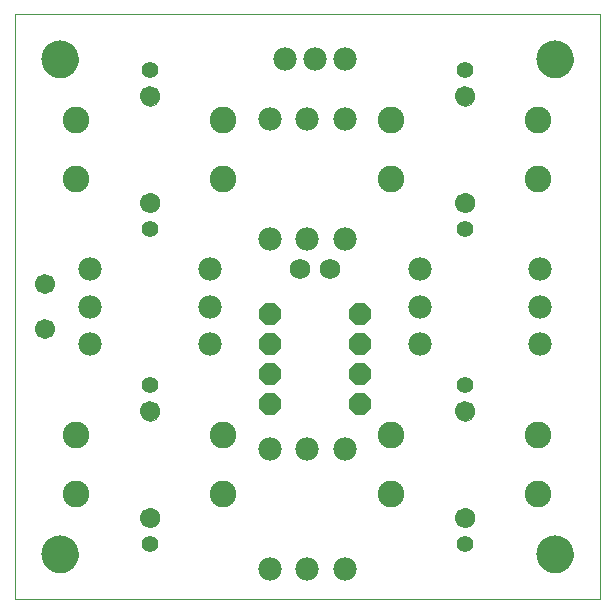
<source format=gts>
G75*
G70*
%OFA0B0*%
%FSLAX24Y24*%
%IPPOS*%
%LPD*%
%AMOC8*
5,1,8,0,0,1.08239X$1,22.5*
%
%ADD10C,0.0000*%
%ADD11OC8,0.0720*%
%ADD12C,0.0690*%
%ADD13C,0.0780*%
%ADD14C,0.0890*%
%ADD15C,0.0555*%
%ADD16C,0.0670*%
%ADD17C,0.1240*%
%ADD18C,0.0670*%
D10*
X000000Y000000D02*
X000000Y019496D01*
X019500Y019496D01*
X019510Y000000D01*
X000000Y000000D01*
X000900Y001500D02*
X000902Y001549D01*
X000908Y001597D01*
X000918Y001645D01*
X000932Y001692D01*
X000949Y001738D01*
X000970Y001782D01*
X000995Y001824D01*
X001023Y001864D01*
X001055Y001902D01*
X001089Y001937D01*
X001126Y001969D01*
X001165Y001998D01*
X001207Y002024D01*
X001251Y002046D01*
X001296Y002064D01*
X001343Y002079D01*
X001390Y002090D01*
X001439Y002097D01*
X001488Y002100D01*
X001537Y002099D01*
X001585Y002094D01*
X001634Y002085D01*
X001681Y002072D01*
X001727Y002055D01*
X001771Y002035D01*
X001814Y002011D01*
X001855Y001984D01*
X001893Y001953D01*
X001929Y001920D01*
X001961Y001884D01*
X001991Y001845D01*
X002018Y001804D01*
X002041Y001760D01*
X002060Y001715D01*
X002076Y001669D01*
X002088Y001622D01*
X002096Y001573D01*
X002100Y001524D01*
X002100Y001476D01*
X002096Y001427D01*
X002088Y001378D01*
X002076Y001331D01*
X002060Y001285D01*
X002041Y001240D01*
X002018Y001196D01*
X001991Y001155D01*
X001961Y001116D01*
X001929Y001080D01*
X001893Y001047D01*
X001855Y001016D01*
X001814Y000989D01*
X001771Y000965D01*
X001727Y000945D01*
X001681Y000928D01*
X001634Y000915D01*
X001585Y000906D01*
X001537Y000901D01*
X001488Y000900D01*
X001439Y000903D01*
X001390Y000910D01*
X001343Y000921D01*
X001296Y000936D01*
X001251Y000954D01*
X001207Y000976D01*
X001165Y001002D01*
X001126Y001031D01*
X001089Y001063D01*
X001055Y001098D01*
X001023Y001136D01*
X000995Y001176D01*
X000970Y001218D01*
X000949Y001262D01*
X000932Y001308D01*
X000918Y001355D01*
X000908Y001403D01*
X000902Y001451D01*
X000900Y001500D01*
X004185Y002728D02*
X004187Y002763D01*
X004193Y002798D01*
X004203Y002832D01*
X004216Y002865D01*
X004233Y002896D01*
X004254Y002924D01*
X004277Y002951D01*
X004304Y002974D01*
X004332Y002995D01*
X004363Y003012D01*
X004396Y003025D01*
X004430Y003035D01*
X004465Y003041D01*
X004500Y003043D01*
X004535Y003041D01*
X004570Y003035D01*
X004604Y003025D01*
X004637Y003012D01*
X004668Y002995D01*
X004696Y002974D01*
X004723Y002951D01*
X004746Y002924D01*
X004767Y002896D01*
X004784Y002865D01*
X004797Y002832D01*
X004807Y002798D01*
X004813Y002763D01*
X004815Y002728D01*
X004813Y002693D01*
X004807Y002658D01*
X004797Y002624D01*
X004784Y002591D01*
X004767Y002560D01*
X004746Y002532D01*
X004723Y002505D01*
X004696Y002482D01*
X004668Y002461D01*
X004637Y002444D01*
X004604Y002431D01*
X004570Y002421D01*
X004535Y002415D01*
X004500Y002413D01*
X004465Y002415D01*
X004430Y002421D01*
X004396Y002431D01*
X004363Y002444D01*
X004332Y002461D01*
X004304Y002482D01*
X004277Y002505D01*
X004254Y002532D01*
X004233Y002560D01*
X004216Y002591D01*
X004203Y002624D01*
X004193Y002658D01*
X004187Y002693D01*
X004185Y002728D01*
X004185Y006272D02*
X004187Y006307D01*
X004193Y006342D01*
X004203Y006376D01*
X004216Y006409D01*
X004233Y006440D01*
X004254Y006468D01*
X004277Y006495D01*
X004304Y006518D01*
X004332Y006539D01*
X004363Y006556D01*
X004396Y006569D01*
X004430Y006579D01*
X004465Y006585D01*
X004500Y006587D01*
X004535Y006585D01*
X004570Y006579D01*
X004604Y006569D01*
X004637Y006556D01*
X004668Y006539D01*
X004696Y006518D01*
X004723Y006495D01*
X004746Y006468D01*
X004767Y006440D01*
X004784Y006409D01*
X004797Y006376D01*
X004807Y006342D01*
X004813Y006307D01*
X004815Y006272D01*
X004813Y006237D01*
X004807Y006202D01*
X004797Y006168D01*
X004784Y006135D01*
X004767Y006104D01*
X004746Y006076D01*
X004723Y006049D01*
X004696Y006026D01*
X004668Y006005D01*
X004637Y005988D01*
X004604Y005975D01*
X004570Y005965D01*
X004535Y005959D01*
X004500Y005957D01*
X004465Y005959D01*
X004430Y005965D01*
X004396Y005975D01*
X004363Y005988D01*
X004332Y006005D01*
X004304Y006026D01*
X004277Y006049D01*
X004254Y006076D01*
X004233Y006104D01*
X004216Y006135D01*
X004203Y006168D01*
X004193Y006202D01*
X004187Y006237D01*
X004185Y006272D01*
X004185Y013228D02*
X004187Y013263D01*
X004193Y013298D01*
X004203Y013332D01*
X004216Y013365D01*
X004233Y013396D01*
X004254Y013424D01*
X004277Y013451D01*
X004304Y013474D01*
X004332Y013495D01*
X004363Y013512D01*
X004396Y013525D01*
X004430Y013535D01*
X004465Y013541D01*
X004500Y013543D01*
X004535Y013541D01*
X004570Y013535D01*
X004604Y013525D01*
X004637Y013512D01*
X004668Y013495D01*
X004696Y013474D01*
X004723Y013451D01*
X004746Y013424D01*
X004767Y013396D01*
X004784Y013365D01*
X004797Y013332D01*
X004807Y013298D01*
X004813Y013263D01*
X004815Y013228D01*
X004813Y013193D01*
X004807Y013158D01*
X004797Y013124D01*
X004784Y013091D01*
X004767Y013060D01*
X004746Y013032D01*
X004723Y013005D01*
X004696Y012982D01*
X004668Y012961D01*
X004637Y012944D01*
X004604Y012931D01*
X004570Y012921D01*
X004535Y012915D01*
X004500Y012913D01*
X004465Y012915D01*
X004430Y012921D01*
X004396Y012931D01*
X004363Y012944D01*
X004332Y012961D01*
X004304Y012982D01*
X004277Y013005D01*
X004254Y013032D01*
X004233Y013060D01*
X004216Y013091D01*
X004203Y013124D01*
X004193Y013158D01*
X004187Y013193D01*
X004185Y013228D01*
X004185Y016772D02*
X004187Y016807D01*
X004193Y016842D01*
X004203Y016876D01*
X004216Y016909D01*
X004233Y016940D01*
X004254Y016968D01*
X004277Y016995D01*
X004304Y017018D01*
X004332Y017039D01*
X004363Y017056D01*
X004396Y017069D01*
X004430Y017079D01*
X004465Y017085D01*
X004500Y017087D01*
X004535Y017085D01*
X004570Y017079D01*
X004604Y017069D01*
X004637Y017056D01*
X004668Y017039D01*
X004696Y017018D01*
X004723Y016995D01*
X004746Y016968D01*
X004767Y016940D01*
X004784Y016909D01*
X004797Y016876D01*
X004807Y016842D01*
X004813Y016807D01*
X004815Y016772D01*
X004813Y016737D01*
X004807Y016702D01*
X004797Y016668D01*
X004784Y016635D01*
X004767Y016604D01*
X004746Y016576D01*
X004723Y016549D01*
X004696Y016526D01*
X004668Y016505D01*
X004637Y016488D01*
X004604Y016475D01*
X004570Y016465D01*
X004535Y016459D01*
X004500Y016457D01*
X004465Y016459D01*
X004430Y016465D01*
X004396Y016475D01*
X004363Y016488D01*
X004332Y016505D01*
X004304Y016526D01*
X004277Y016549D01*
X004254Y016576D01*
X004233Y016604D01*
X004216Y016635D01*
X004203Y016668D01*
X004193Y016702D01*
X004187Y016737D01*
X004185Y016772D01*
X000900Y018000D02*
X000902Y018049D01*
X000908Y018097D01*
X000918Y018145D01*
X000932Y018192D01*
X000949Y018238D01*
X000970Y018282D01*
X000995Y018324D01*
X001023Y018364D01*
X001055Y018402D01*
X001089Y018437D01*
X001126Y018469D01*
X001165Y018498D01*
X001207Y018524D01*
X001251Y018546D01*
X001296Y018564D01*
X001343Y018579D01*
X001390Y018590D01*
X001439Y018597D01*
X001488Y018600D01*
X001537Y018599D01*
X001585Y018594D01*
X001634Y018585D01*
X001681Y018572D01*
X001727Y018555D01*
X001771Y018535D01*
X001814Y018511D01*
X001855Y018484D01*
X001893Y018453D01*
X001929Y018420D01*
X001961Y018384D01*
X001991Y018345D01*
X002018Y018304D01*
X002041Y018260D01*
X002060Y018215D01*
X002076Y018169D01*
X002088Y018122D01*
X002096Y018073D01*
X002100Y018024D01*
X002100Y017976D01*
X002096Y017927D01*
X002088Y017878D01*
X002076Y017831D01*
X002060Y017785D01*
X002041Y017740D01*
X002018Y017696D01*
X001991Y017655D01*
X001961Y017616D01*
X001929Y017580D01*
X001893Y017547D01*
X001855Y017516D01*
X001814Y017489D01*
X001771Y017465D01*
X001727Y017445D01*
X001681Y017428D01*
X001634Y017415D01*
X001585Y017406D01*
X001537Y017401D01*
X001488Y017400D01*
X001439Y017403D01*
X001390Y017410D01*
X001343Y017421D01*
X001296Y017436D01*
X001251Y017454D01*
X001207Y017476D01*
X001165Y017502D01*
X001126Y017531D01*
X001089Y017563D01*
X001055Y017598D01*
X001023Y017636D01*
X000995Y017676D01*
X000970Y017718D01*
X000949Y017762D01*
X000932Y017808D01*
X000918Y017855D01*
X000908Y017903D01*
X000902Y017951D01*
X000900Y018000D01*
X014685Y016772D02*
X014687Y016807D01*
X014693Y016842D01*
X014703Y016876D01*
X014716Y016909D01*
X014733Y016940D01*
X014754Y016968D01*
X014777Y016995D01*
X014804Y017018D01*
X014832Y017039D01*
X014863Y017056D01*
X014896Y017069D01*
X014930Y017079D01*
X014965Y017085D01*
X015000Y017087D01*
X015035Y017085D01*
X015070Y017079D01*
X015104Y017069D01*
X015137Y017056D01*
X015168Y017039D01*
X015196Y017018D01*
X015223Y016995D01*
X015246Y016968D01*
X015267Y016940D01*
X015284Y016909D01*
X015297Y016876D01*
X015307Y016842D01*
X015313Y016807D01*
X015315Y016772D01*
X015313Y016737D01*
X015307Y016702D01*
X015297Y016668D01*
X015284Y016635D01*
X015267Y016604D01*
X015246Y016576D01*
X015223Y016549D01*
X015196Y016526D01*
X015168Y016505D01*
X015137Y016488D01*
X015104Y016475D01*
X015070Y016465D01*
X015035Y016459D01*
X015000Y016457D01*
X014965Y016459D01*
X014930Y016465D01*
X014896Y016475D01*
X014863Y016488D01*
X014832Y016505D01*
X014804Y016526D01*
X014777Y016549D01*
X014754Y016576D01*
X014733Y016604D01*
X014716Y016635D01*
X014703Y016668D01*
X014693Y016702D01*
X014687Y016737D01*
X014685Y016772D01*
X017400Y018000D02*
X017402Y018049D01*
X017408Y018097D01*
X017418Y018145D01*
X017432Y018192D01*
X017449Y018238D01*
X017470Y018282D01*
X017495Y018324D01*
X017523Y018364D01*
X017555Y018402D01*
X017589Y018437D01*
X017626Y018469D01*
X017665Y018498D01*
X017707Y018524D01*
X017751Y018546D01*
X017796Y018564D01*
X017843Y018579D01*
X017890Y018590D01*
X017939Y018597D01*
X017988Y018600D01*
X018037Y018599D01*
X018085Y018594D01*
X018134Y018585D01*
X018181Y018572D01*
X018227Y018555D01*
X018271Y018535D01*
X018314Y018511D01*
X018355Y018484D01*
X018393Y018453D01*
X018429Y018420D01*
X018461Y018384D01*
X018491Y018345D01*
X018518Y018304D01*
X018541Y018260D01*
X018560Y018215D01*
X018576Y018169D01*
X018588Y018122D01*
X018596Y018073D01*
X018600Y018024D01*
X018600Y017976D01*
X018596Y017927D01*
X018588Y017878D01*
X018576Y017831D01*
X018560Y017785D01*
X018541Y017740D01*
X018518Y017696D01*
X018491Y017655D01*
X018461Y017616D01*
X018429Y017580D01*
X018393Y017547D01*
X018355Y017516D01*
X018314Y017489D01*
X018271Y017465D01*
X018227Y017445D01*
X018181Y017428D01*
X018134Y017415D01*
X018085Y017406D01*
X018037Y017401D01*
X017988Y017400D01*
X017939Y017403D01*
X017890Y017410D01*
X017843Y017421D01*
X017796Y017436D01*
X017751Y017454D01*
X017707Y017476D01*
X017665Y017502D01*
X017626Y017531D01*
X017589Y017563D01*
X017555Y017598D01*
X017523Y017636D01*
X017495Y017676D01*
X017470Y017718D01*
X017449Y017762D01*
X017432Y017808D01*
X017418Y017855D01*
X017408Y017903D01*
X017402Y017951D01*
X017400Y018000D01*
X014685Y013228D02*
X014687Y013263D01*
X014693Y013298D01*
X014703Y013332D01*
X014716Y013365D01*
X014733Y013396D01*
X014754Y013424D01*
X014777Y013451D01*
X014804Y013474D01*
X014832Y013495D01*
X014863Y013512D01*
X014896Y013525D01*
X014930Y013535D01*
X014965Y013541D01*
X015000Y013543D01*
X015035Y013541D01*
X015070Y013535D01*
X015104Y013525D01*
X015137Y013512D01*
X015168Y013495D01*
X015196Y013474D01*
X015223Y013451D01*
X015246Y013424D01*
X015267Y013396D01*
X015284Y013365D01*
X015297Y013332D01*
X015307Y013298D01*
X015313Y013263D01*
X015315Y013228D01*
X015313Y013193D01*
X015307Y013158D01*
X015297Y013124D01*
X015284Y013091D01*
X015267Y013060D01*
X015246Y013032D01*
X015223Y013005D01*
X015196Y012982D01*
X015168Y012961D01*
X015137Y012944D01*
X015104Y012931D01*
X015070Y012921D01*
X015035Y012915D01*
X015000Y012913D01*
X014965Y012915D01*
X014930Y012921D01*
X014896Y012931D01*
X014863Y012944D01*
X014832Y012961D01*
X014804Y012982D01*
X014777Y013005D01*
X014754Y013032D01*
X014733Y013060D01*
X014716Y013091D01*
X014703Y013124D01*
X014693Y013158D01*
X014687Y013193D01*
X014685Y013228D01*
X014685Y006272D02*
X014687Y006307D01*
X014693Y006342D01*
X014703Y006376D01*
X014716Y006409D01*
X014733Y006440D01*
X014754Y006468D01*
X014777Y006495D01*
X014804Y006518D01*
X014832Y006539D01*
X014863Y006556D01*
X014896Y006569D01*
X014930Y006579D01*
X014965Y006585D01*
X015000Y006587D01*
X015035Y006585D01*
X015070Y006579D01*
X015104Y006569D01*
X015137Y006556D01*
X015168Y006539D01*
X015196Y006518D01*
X015223Y006495D01*
X015246Y006468D01*
X015267Y006440D01*
X015284Y006409D01*
X015297Y006376D01*
X015307Y006342D01*
X015313Y006307D01*
X015315Y006272D01*
X015313Y006237D01*
X015307Y006202D01*
X015297Y006168D01*
X015284Y006135D01*
X015267Y006104D01*
X015246Y006076D01*
X015223Y006049D01*
X015196Y006026D01*
X015168Y006005D01*
X015137Y005988D01*
X015104Y005975D01*
X015070Y005965D01*
X015035Y005959D01*
X015000Y005957D01*
X014965Y005959D01*
X014930Y005965D01*
X014896Y005975D01*
X014863Y005988D01*
X014832Y006005D01*
X014804Y006026D01*
X014777Y006049D01*
X014754Y006076D01*
X014733Y006104D01*
X014716Y006135D01*
X014703Y006168D01*
X014693Y006202D01*
X014687Y006237D01*
X014685Y006272D01*
X014685Y002728D02*
X014687Y002763D01*
X014693Y002798D01*
X014703Y002832D01*
X014716Y002865D01*
X014733Y002896D01*
X014754Y002924D01*
X014777Y002951D01*
X014804Y002974D01*
X014832Y002995D01*
X014863Y003012D01*
X014896Y003025D01*
X014930Y003035D01*
X014965Y003041D01*
X015000Y003043D01*
X015035Y003041D01*
X015070Y003035D01*
X015104Y003025D01*
X015137Y003012D01*
X015168Y002995D01*
X015196Y002974D01*
X015223Y002951D01*
X015246Y002924D01*
X015267Y002896D01*
X015284Y002865D01*
X015297Y002832D01*
X015307Y002798D01*
X015313Y002763D01*
X015315Y002728D01*
X015313Y002693D01*
X015307Y002658D01*
X015297Y002624D01*
X015284Y002591D01*
X015267Y002560D01*
X015246Y002532D01*
X015223Y002505D01*
X015196Y002482D01*
X015168Y002461D01*
X015137Y002444D01*
X015104Y002431D01*
X015070Y002421D01*
X015035Y002415D01*
X015000Y002413D01*
X014965Y002415D01*
X014930Y002421D01*
X014896Y002431D01*
X014863Y002444D01*
X014832Y002461D01*
X014804Y002482D01*
X014777Y002505D01*
X014754Y002532D01*
X014733Y002560D01*
X014716Y002591D01*
X014703Y002624D01*
X014693Y002658D01*
X014687Y002693D01*
X014685Y002728D01*
X017400Y001500D02*
X017402Y001549D01*
X017408Y001597D01*
X017418Y001645D01*
X017432Y001692D01*
X017449Y001738D01*
X017470Y001782D01*
X017495Y001824D01*
X017523Y001864D01*
X017555Y001902D01*
X017589Y001937D01*
X017626Y001969D01*
X017665Y001998D01*
X017707Y002024D01*
X017751Y002046D01*
X017796Y002064D01*
X017843Y002079D01*
X017890Y002090D01*
X017939Y002097D01*
X017988Y002100D01*
X018037Y002099D01*
X018085Y002094D01*
X018134Y002085D01*
X018181Y002072D01*
X018227Y002055D01*
X018271Y002035D01*
X018314Y002011D01*
X018355Y001984D01*
X018393Y001953D01*
X018429Y001920D01*
X018461Y001884D01*
X018491Y001845D01*
X018518Y001804D01*
X018541Y001760D01*
X018560Y001715D01*
X018576Y001669D01*
X018588Y001622D01*
X018596Y001573D01*
X018600Y001524D01*
X018600Y001476D01*
X018596Y001427D01*
X018588Y001378D01*
X018576Y001331D01*
X018560Y001285D01*
X018541Y001240D01*
X018518Y001196D01*
X018491Y001155D01*
X018461Y001116D01*
X018429Y001080D01*
X018393Y001047D01*
X018355Y001016D01*
X018314Y000989D01*
X018271Y000965D01*
X018227Y000945D01*
X018181Y000928D01*
X018134Y000915D01*
X018085Y000906D01*
X018037Y000901D01*
X017988Y000900D01*
X017939Y000903D01*
X017890Y000910D01*
X017843Y000921D01*
X017796Y000936D01*
X017751Y000954D01*
X017707Y000976D01*
X017665Y001002D01*
X017626Y001031D01*
X017589Y001063D01*
X017555Y001098D01*
X017523Y001136D01*
X017495Y001176D01*
X017470Y001218D01*
X017449Y001262D01*
X017432Y001308D01*
X017418Y001355D01*
X017408Y001403D01*
X017402Y001451D01*
X017400Y001500D01*
D11*
X011500Y006500D03*
X011500Y007500D03*
X011500Y008500D03*
X011500Y009500D03*
X008500Y009500D03*
X008500Y008500D03*
X008500Y007500D03*
X008500Y006500D03*
D12*
X009500Y011000D03*
X010500Y011000D03*
D13*
X011000Y012000D03*
X009750Y012000D03*
X008500Y012000D03*
X006500Y011000D03*
X006500Y009750D03*
X006500Y008500D03*
X008500Y005000D03*
X009750Y005000D03*
X011000Y005000D03*
X013500Y008500D03*
X013500Y009750D03*
X013500Y011000D03*
X017500Y011000D03*
X017500Y009750D03*
X017500Y008500D03*
X011000Y016000D03*
X009750Y016000D03*
X008500Y016000D03*
X009000Y018000D03*
X010000Y018000D03*
X011000Y018000D03*
X002500Y011000D03*
X002500Y009750D03*
X002500Y008500D03*
X008500Y001000D03*
X009750Y001000D03*
X011000Y001000D03*
D14*
X012539Y003516D03*
X012539Y005484D03*
X017461Y005484D03*
X017461Y003516D03*
X017461Y014016D03*
X017461Y015984D03*
X012539Y015984D03*
X012539Y014016D03*
X006961Y014016D03*
X006961Y015984D03*
X002039Y015984D03*
X002039Y014016D03*
X002039Y005484D03*
X002039Y003516D03*
X006961Y003516D03*
X006961Y005484D03*
D15*
X004500Y007157D03*
X004500Y012343D03*
X004500Y017657D03*
X015000Y017657D03*
X015000Y012343D03*
X015000Y007157D03*
X015000Y001843D03*
X004500Y001843D03*
D16*
X004500Y002728D03*
X004500Y006272D03*
X004500Y013228D03*
X004500Y016772D03*
X015000Y016772D03*
X015000Y013228D03*
X015000Y006272D03*
X015000Y002728D03*
D17*
X018000Y001500D03*
X018000Y018000D03*
X001500Y018000D03*
X001500Y001500D03*
D18*
X001000Y009000D03*
X001000Y010500D03*
M02*

</source>
